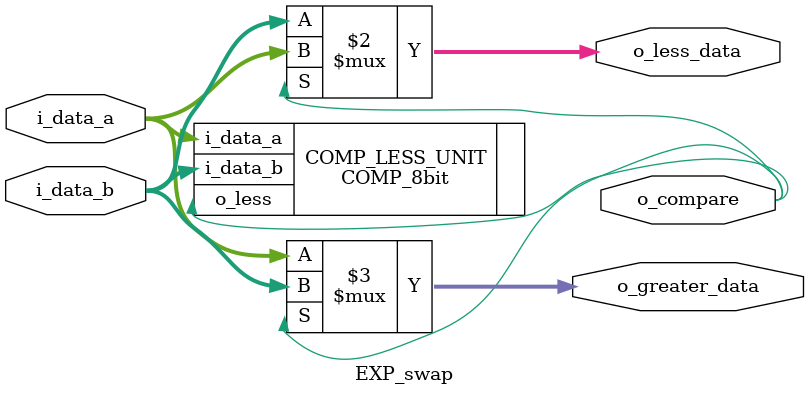
<source format=sv>
module EXP_swap (
    input logic [7:0]     i_data_a        ,
    input logic [7:0]     i_data_b        ,
    output logic                    o_compare       ,   // a < b
    output logic [7:0]    o_less_data     ,
    output logic [7:0]    o_greater_data  
);

// assign o_compare = (i_data_a < i_data_b);
COMP_8bit COMP_LESS_UNIT (
    .i_data_a       (i_data_a),
    .i_data_b       (i_data_b),
    .o_less         (o_compare)
);

always_comb begin
    o_less_data     = (o_compare) ? i_data_a : i_data_b;
    o_greater_data  = (o_compare) ? i_data_b : i_data_a;
end

endmodule

</source>
